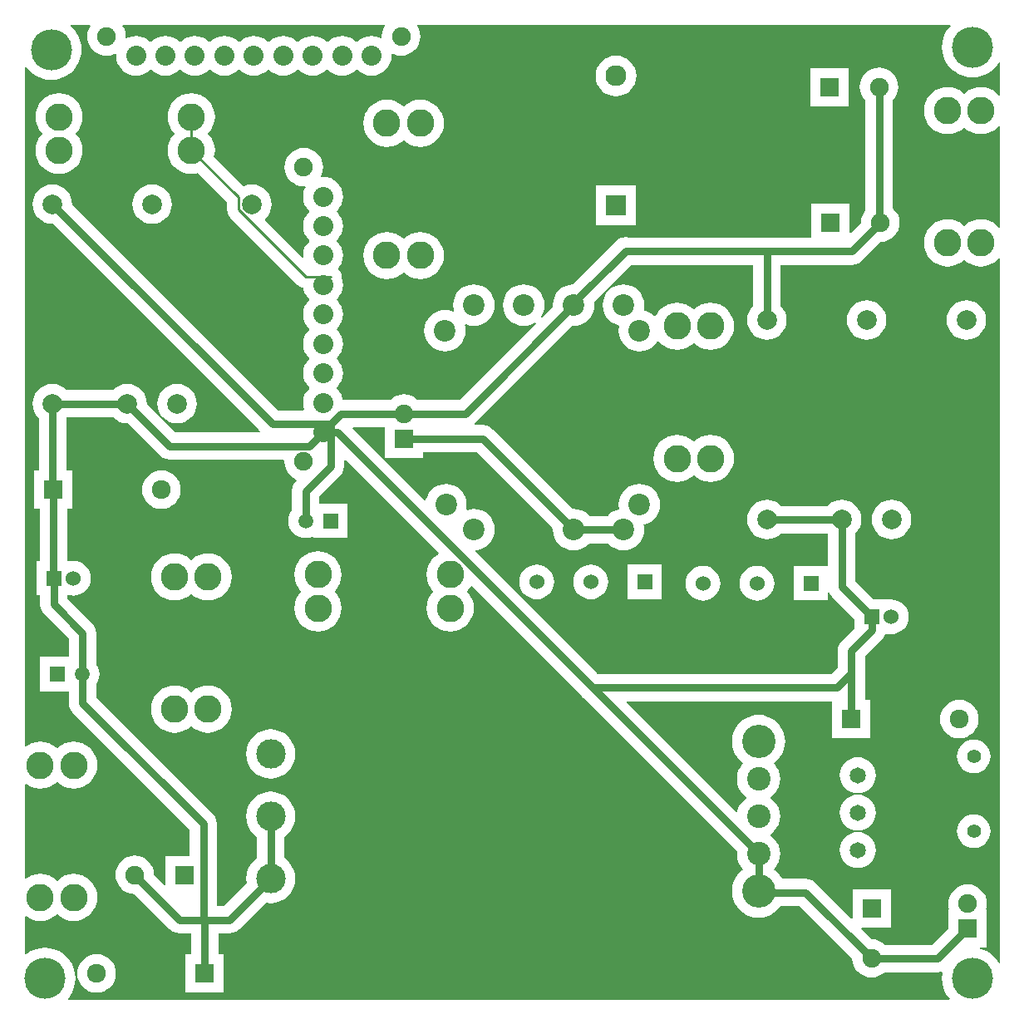
<source format=gbl>
G04*
G04 #@! TF.GenerationSoftware,Altium Limited,Altium Designer,18.1.6 (161)*
G04*
G04 Layer_Physical_Order=2*
G04 Layer_Color=16711680*
%FSLAX25Y25*%
%MOIN*%
G70*
G01*
G75*
%ADD11C,0.01000*%
%ADD36C,0.03000*%
%ADD38C,0.11000*%
%ADD39C,0.08661*%
%ADD40R,0.06000X0.06000*%
%ADD41C,0.06000*%
%ADD42C,0.13386*%
%ADD43C,0.09449*%
%ADD44C,0.11811*%
%ADD45C,0.16500*%
%ADD46C,0.07500*%
%ADD47C,0.08000*%
%ADD48R,0.07500X0.07500*%
%ADD49R,0.07575X0.07575*%
%ADD50C,0.07575*%
%ADD51R,0.08386X0.08386*%
%ADD52C,0.08386*%
%ADD53C,0.07874*%
%ADD54C,0.05512*%
%ADD55C,0.06500*%
%ADD56C,0.05906*%
%ADD57R,0.05906X0.05906*%
%ADD58R,0.06000X0.06000*%
%ADD59R,0.07500X0.07500*%
G36*
X148930Y395073D02*
X148877Y395008D01*
X148163Y393672D01*
X147723Y392224D01*
X147575Y390717D01*
X147617Y390293D01*
X147201Y390015D01*
X146540Y390368D01*
X145044Y390822D01*
X143488Y390975D01*
X141932Y390822D01*
X140436Y390368D01*
X139057Y389631D01*
X137917Y388696D01*
X137656Y388620D01*
X137509D01*
X137248Y388696D01*
X136108Y389631D01*
X134729Y390368D01*
X133233Y390822D01*
X131677Y390975D01*
X130121Y390822D01*
X128625Y390368D01*
X127246Y389631D01*
X126038Y388639D01*
X126022Y388620D01*
X125522D01*
X125506Y388639D01*
X124297Y389631D01*
X122918Y390368D01*
X121422Y390822D01*
X119866Y390975D01*
X118310Y390822D01*
X116814Y390368D01*
X115435Y389631D01*
X114295Y388696D01*
X114034Y388620D01*
X113887D01*
X113626Y388696D01*
X112486Y389631D01*
X111107Y390368D01*
X109611Y390822D01*
X108055Y390975D01*
X106499Y390822D01*
X105003Y390368D01*
X103624Y389631D01*
X102484Y388696D01*
X102223Y388620D01*
X102076D01*
X101815Y388696D01*
X100675Y389631D01*
X99296Y390368D01*
X97800Y390822D01*
X96244Y390975D01*
X94688Y390822D01*
X93192Y390368D01*
X91813Y389631D01*
X90673Y388696D01*
X90412Y388620D01*
X90265D01*
X90004Y388696D01*
X88864Y389631D01*
X87485Y390368D01*
X85989Y390822D01*
X84433Y390975D01*
X82877Y390822D01*
X81381Y390368D01*
X80002Y389631D01*
X78862Y388696D01*
X78601Y388620D01*
X78454D01*
X78193Y388696D01*
X77053Y389631D01*
X75674Y390368D01*
X74178Y390822D01*
X72622Y390975D01*
X71066Y390822D01*
X69570Y390368D01*
X68191Y389631D01*
X66983Y388639D01*
X66966Y388620D01*
X66466D01*
X66451Y388639D01*
X65242Y389631D01*
X63863Y390368D01*
X62367Y390822D01*
X60811Y390975D01*
X59255Y390822D01*
X57759Y390368D01*
X56380Y389631D01*
X55240Y388696D01*
X54979Y388620D01*
X54832D01*
X54571Y388696D01*
X53431Y389631D01*
X52052Y390368D01*
X50556Y390822D01*
X49000Y390975D01*
X47444Y390822D01*
X45948Y390368D01*
X45287Y390015D01*
X44872Y390293D01*
X44913Y390717D01*
X44765Y392224D01*
X44325Y393672D01*
X43611Y395008D01*
X43558Y395073D01*
X43772Y395525D01*
X148716D01*
X148930Y395073D01*
D02*
G37*
G36*
X375754Y395025D02*
X374610Y393686D01*
X373608Y392050D01*
X372874Y390278D01*
X372426Y388412D01*
X372275Y386500D01*
X372426Y384588D01*
X372874Y382722D01*
X373608Y380950D01*
X374610Y379314D01*
X375856Y377856D01*
X377314Y376610D01*
X378950Y375608D01*
X380722Y374874D01*
X382588Y374426D01*
X384500Y374275D01*
X386412Y374426D01*
X388278Y374874D01*
X390050Y375608D01*
X391686Y376610D01*
X393144Y377856D01*
X394390Y379314D01*
X395025Y380350D01*
X395525Y380209D01*
Y367341D01*
X395054Y367173D01*
X394591Y367737D01*
X393154Y368916D01*
X391515Y369792D01*
X389736Y370332D01*
X387886Y370514D01*
X386036Y370332D01*
X384257Y369792D01*
X382617Y368916D01*
X381193Y367747D01*
X379768Y368916D01*
X378129Y369792D01*
X376350Y370332D01*
X374500Y370514D01*
X372650Y370332D01*
X370871Y369792D01*
X369232Y368916D01*
X367795Y367737D01*
X366616Y366300D01*
X365739Y364660D01*
X365199Y362881D01*
X365017Y361032D01*
X365199Y359181D01*
X365739Y357403D01*
X366616Y355763D01*
X367795Y354326D01*
X369232Y353147D01*
X370871Y352271D01*
X372650Y351731D01*
X374500Y351549D01*
X376350Y351731D01*
X378129Y352271D01*
X379768Y353147D01*
X381193Y354316D01*
X382617Y353147D01*
X384257Y352271D01*
X386036Y351731D01*
X387886Y351549D01*
X389736Y351731D01*
X391515Y352271D01*
X393154Y353147D01*
X394591Y354326D01*
X395054Y354890D01*
X395525Y354722D01*
Y314310D01*
X395054Y314141D01*
X394591Y314705D01*
X393154Y315884D01*
X391515Y316761D01*
X389736Y317301D01*
X387886Y317483D01*
X386036Y317301D01*
X384257Y316761D01*
X382617Y315884D01*
X381193Y314715D01*
X379768Y315884D01*
X378129Y316761D01*
X376350Y317301D01*
X374500Y317483D01*
X372650Y317301D01*
X370871Y316761D01*
X369232Y315884D01*
X367795Y314705D01*
X366616Y313268D01*
X365739Y311629D01*
X365199Y309850D01*
X365017Y308000D01*
X365199Y306150D01*
X365739Y304371D01*
X366616Y302732D01*
X367795Y301295D01*
X369232Y300115D01*
X370871Y299239D01*
X372650Y298699D01*
X374500Y298517D01*
X376350Y298699D01*
X378129Y299239D01*
X379768Y300115D01*
X381193Y301285D01*
X382617Y300115D01*
X384257Y299239D01*
X386036Y298699D01*
X387886Y298517D01*
X389736Y298699D01*
X391515Y299239D01*
X393154Y300115D01*
X394591Y301295D01*
X395054Y301859D01*
X395525Y301690D01*
Y19291D01*
X395025Y19150D01*
X394390Y20186D01*
X393144Y21644D01*
X391686Y22890D01*
X390050Y23892D01*
X388278Y24626D01*
X387500Y24813D01*
X387560Y25313D01*
X390187D01*
Y40687D01*
X390187D01*
X389934Y41027D01*
X390076Y41493D01*
X390224Y43000D01*
X390076Y44507D01*
X389636Y45956D01*
X388922Y47291D01*
X387962Y48462D01*
X386791Y49422D01*
X385456Y50136D01*
X384007Y50576D01*
X382500Y50724D01*
X380993Y50576D01*
X379544Y50136D01*
X378209Y49422D01*
X377038Y48462D01*
X376078Y47291D01*
X375364Y45956D01*
X374924Y44507D01*
X374776Y43000D01*
X374924Y41493D01*
X375065Y41027D01*
X374813Y40687D01*
X374813D01*
Y33068D01*
X368229Y26484D01*
X349435D01*
X348291Y27422D01*
X346956Y28136D01*
X345507Y28576D01*
X344035Y28721D01*
X339904Y32851D01*
X340096Y33313D01*
X351687D01*
Y48687D01*
X336313D01*
Y37096D01*
X335851Y36904D01*
X321378Y51378D01*
X320242Y52249D01*
X318919Y52797D01*
X317500Y52984D01*
X308082D01*
X307296Y54267D01*
X306209Y55540D01*
X305136Y56456D01*
X304952Y56686D01*
X305062Y57136D01*
X305906Y58165D01*
X306710Y59669D01*
X307206Y61302D01*
X307373Y63000D01*
X307206Y64698D01*
X306710Y66331D01*
X305906Y67835D01*
X304824Y69154D01*
X303505Y70236D01*
X303443Y70270D01*
Y70770D01*
X303505Y70803D01*
X304824Y71885D01*
X305906Y73204D01*
X306710Y74709D01*
X307206Y76341D01*
X307373Y78039D01*
X307206Y79737D01*
X306710Y81370D01*
X305906Y82875D01*
X304824Y84194D01*
X303563Y85228D01*
X303528Y85520D01*
X303563Y85812D01*
X304824Y86846D01*
X305906Y88165D01*
X306710Y89669D01*
X307206Y91302D01*
X307373Y93000D01*
X307206Y94698D01*
X306710Y96331D01*
X305906Y97835D01*
X305062Y98864D01*
X304952Y99314D01*
X305136Y99544D01*
X306209Y100460D01*
X307296Y101733D01*
X308170Y103159D01*
X308810Y104705D01*
X309201Y106332D01*
X309332Y108000D01*
X309201Y109668D01*
X308810Y111295D01*
X308170Y112841D01*
X307296Y114267D01*
X306209Y115540D01*
X304937Y116626D01*
X303510Y117501D01*
X301964Y118141D01*
X300337Y118532D01*
X298669Y118663D01*
X297001Y118532D01*
X295374Y118141D01*
X293829Y117501D01*
X292402Y116626D01*
X291130Y115540D01*
X290043Y114267D01*
X289169Y112841D01*
X288528Y111295D01*
X288138Y109668D01*
X288006Y108000D01*
X288138Y106332D01*
X288528Y104705D01*
X289169Y103159D01*
X290043Y101733D01*
X291130Y100460D01*
X292202Y99544D01*
X292387Y99314D01*
X292277Y98864D01*
X291433Y97835D01*
X290629Y96331D01*
X290133Y94698D01*
X289966Y93000D01*
X290133Y91302D01*
X290629Y89669D01*
X291433Y88165D01*
X292515Y86846D01*
X293776Y85812D01*
X293811Y85520D01*
X293776Y85228D01*
X292515Y84194D01*
X291433Y82875D01*
X290629Y81370D01*
X290194Y79938D01*
X289667Y79758D01*
X245701Y123723D01*
X245893Y124186D01*
X328122D01*
Y109276D01*
X343571D01*
Y124724D01*
X341330D01*
Y135500D01*
Y142075D01*
X347941Y148685D01*
X348812Y149821D01*
X349327Y151063D01*
X351000D01*
Y151063D01*
X351058Y151116D01*
X351937Y151029D01*
X353297Y151163D01*
X354605Y151560D01*
X355810Y152204D01*
X356866Y153071D01*
X357733Y154127D01*
X358377Y155333D01*
X358774Y156640D01*
X358908Y158000D01*
X358774Y159360D01*
X358377Y160668D01*
X357733Y161873D01*
X356866Y162929D01*
X355810Y163796D01*
X354605Y164440D01*
X353297Y164837D01*
X351937Y164971D01*
X351058Y164884D01*
X351000Y164937D01*
Y164937D01*
X344881D01*
X337484Y172335D01*
Y191314D01*
X337595Y191405D01*
X338579Y192604D01*
X339310Y193972D01*
X339760Y195456D01*
X339912Y197000D01*
X339760Y198544D01*
X339310Y200028D01*
X338579Y201396D01*
X337595Y202595D01*
X336396Y203579D01*
X335028Y204310D01*
X333544Y204760D01*
X332000Y204912D01*
X330456Y204760D01*
X328972Y204310D01*
X327604Y203579D01*
X326405Y202595D01*
X326314Y202484D01*
X307686D01*
X307595Y202595D01*
X306396Y203579D01*
X305028Y204310D01*
X303544Y204760D01*
X302000Y204912D01*
X300456Y204760D01*
X298972Y204310D01*
X297604Y203579D01*
X296405Y202595D01*
X295421Y201396D01*
X294690Y200028D01*
X294240Y198544D01*
X294088Y197000D01*
X294240Y195456D01*
X294690Y193972D01*
X295421Y192604D01*
X296405Y191405D01*
X297604Y190421D01*
X298972Y189690D01*
X300456Y189240D01*
X302000Y189088D01*
X303544Y189240D01*
X305028Y189690D01*
X306396Y190421D01*
X307595Y191405D01*
X307686Y191516D01*
X326314D01*
X326405Y191405D01*
X326516Y191314D01*
Y178437D01*
X312717D01*
Y164563D01*
X326590D01*
Y167608D01*
X327091Y167708D01*
X327251Y167321D01*
X328122Y166185D01*
X337126Y157182D01*
Y153381D01*
X331969Y148224D01*
X331097Y147088D01*
X330549Y145766D01*
X330363Y144346D01*
Y137771D01*
X327744Y135153D01*
X234272D01*
X185125Y184300D01*
X185294Y184770D01*
X186121Y184852D01*
X187679Y185325D01*
X189116Y186092D01*
X190375Y187126D01*
X191408Y188384D01*
X192175Y189821D01*
X192648Y191379D01*
X192808Y193000D01*
X192648Y194621D01*
X192175Y196179D01*
X191408Y197616D01*
X190375Y198874D01*
X189116Y199908D01*
X187679Y200675D01*
X186121Y201148D01*
X184500Y201308D01*
X182879Y201148D01*
X181822Y200827D01*
X181421Y201228D01*
X181467Y201379D01*
X181627Y203000D01*
X181467Y204621D01*
X180994Y206179D01*
X180227Y207615D01*
X179193Y208874D01*
X177934Y209908D01*
X176498Y210675D01*
X174940Y211148D01*
X173319Y211308D01*
X171698Y211148D01*
X170140Y210675D01*
X168703Y209908D01*
X167445Y208874D01*
X166411Y207615D01*
X165644Y206179D01*
X165250Y204882D01*
X164696Y204729D01*
X135871Y233554D01*
X136062Y234016D01*
X148813D01*
Y221813D01*
X164187D01*
Y224016D01*
X185729D01*
X216242Y193503D01*
X216192Y193000D01*
X216352Y191379D01*
X216825Y189821D01*
X217592Y188384D01*
X218626Y187126D01*
X219884Y186092D01*
X221321Y185325D01*
X222879Y184852D01*
X224500Y184692D01*
X226121Y184852D01*
X227679Y185325D01*
X229116Y186092D01*
X230374Y187126D01*
X230695Y187516D01*
X238305D01*
X238626Y187126D01*
X239884Y186092D01*
X241321Y185325D01*
X242879Y184852D01*
X244500Y184692D01*
X246121Y184852D01*
X247679Y185325D01*
X249115Y186092D01*
X250374Y187126D01*
X251408Y188384D01*
X252175Y189821D01*
X252648Y191379D01*
X252808Y193000D01*
X252648Y194621D01*
X252571Y194874D01*
X254057Y195325D01*
X255493Y196092D01*
X256752Y197125D01*
X257786Y198384D01*
X258553Y199821D01*
X259026Y201379D01*
X259186Y203000D01*
X259026Y204621D01*
X258553Y206179D01*
X257786Y207615D01*
X256752Y208874D01*
X255493Y209908D01*
X254057Y210675D01*
X252499Y211148D01*
X250878Y211308D01*
X249257Y211148D01*
X247699Y210675D01*
X246262Y209908D01*
X245004Y208874D01*
X243970Y207615D01*
X243203Y206179D01*
X242730Y204621D01*
X242570Y203000D01*
X242730Y201379D01*
X242807Y201126D01*
X241321Y200675D01*
X239884Y199908D01*
X238626Y198874D01*
X238305Y198484D01*
X230695D01*
X230374Y198874D01*
X229116Y199908D01*
X227679Y200675D01*
X226121Y201148D01*
X224500Y201308D01*
X223997Y201258D01*
X191878Y233378D01*
X190742Y234249D01*
X189419Y234797D01*
X188000Y234984D01*
X184824D01*
X184663Y235457D01*
X184878Y235622D01*
X223997Y274742D01*
X224500Y274692D01*
X226121Y274852D01*
X227679Y275325D01*
X229116Y276092D01*
X230374Y277126D01*
X231408Y278384D01*
X232175Y279821D01*
X232648Y281379D01*
X232808Y283000D01*
X232668Y284414D01*
X247365Y299111D01*
X296516D01*
Y282686D01*
X296405Y282595D01*
X295421Y281396D01*
X294690Y280028D01*
X294240Y278544D01*
X294088Y277000D01*
X294240Y275456D01*
X294690Y273972D01*
X295421Y272604D01*
X296405Y271405D01*
X297604Y270421D01*
X298972Y269690D01*
X300456Y269240D01*
X302000Y269088D01*
X303544Y269240D01*
X305028Y269690D01*
X306396Y270421D01*
X307595Y271405D01*
X308579Y272604D01*
X309310Y273972D01*
X309760Y275456D01*
X309912Y277000D01*
X309760Y278544D01*
X309310Y280028D01*
X308579Y281396D01*
X307595Y282595D01*
X307484Y282686D01*
Y299111D01*
X336039D01*
X337459Y299297D01*
X338781Y299845D01*
X339917Y300717D01*
X347535Y308334D01*
X349007Y308479D01*
X350456Y308919D01*
X351791Y309633D01*
X352962Y310593D01*
X353922Y311764D01*
X354636Y313099D01*
X355076Y314548D01*
X355224Y316055D01*
X355076Y317562D01*
X354636Y319011D01*
X353922Y320346D01*
X352962Y321517D01*
X352484Y321909D01*
Y365065D01*
X353422Y366209D01*
X354136Y367544D01*
X354576Y368993D01*
X354724Y370500D01*
X354576Y372007D01*
X354136Y373456D01*
X353422Y374791D01*
X352462Y375962D01*
X351291Y376922D01*
X349956Y377636D01*
X348507Y378076D01*
X347000Y378224D01*
X345493Y378076D01*
X344044Y377636D01*
X342709Y376922D01*
X341538Y375962D01*
X340578Y374791D01*
X339864Y373456D01*
X339424Y372007D01*
X339276Y370500D01*
X339424Y368993D01*
X339864Y367544D01*
X340578Y366209D01*
X341516Y365065D01*
Y320881D01*
X341078Y320346D01*
X340364Y319011D01*
X339924Y317562D01*
X339779Y316090D01*
X335649Y311960D01*
X335187Y312151D01*
Y323742D01*
X319813D01*
Y310078D01*
X246868D01*
X246749Y310128D01*
X245329Y310315D01*
X243910Y310128D01*
X242587Y309580D01*
X241452Y308708D01*
X224002Y291259D01*
X222879Y291148D01*
X221321Y290675D01*
X219884Y289908D01*
X218626Y288874D01*
X217592Y287615D01*
X216825Y286179D01*
X216352Y284621D01*
X216192Y283000D01*
X216242Y282497D01*
X211713Y277969D01*
X211342Y278305D01*
X211408Y278384D01*
X212175Y279821D01*
X212648Y281379D01*
X212808Y283000D01*
X212648Y284621D01*
X212175Y286179D01*
X211408Y287615D01*
X210374Y288874D01*
X209116Y289908D01*
X207679Y290675D01*
X206121Y291148D01*
X204500Y291308D01*
X202879Y291148D01*
X201321Y290675D01*
X199884Y289908D01*
X198626Y288874D01*
X197592Y287615D01*
X196825Y286179D01*
X196352Y284621D01*
X196192Y283000D01*
X196352Y281379D01*
X196825Y279821D01*
X197592Y278384D01*
X198626Y277126D01*
X199884Y276092D01*
X201321Y275325D01*
X202879Y274852D01*
X204500Y274692D01*
X206121Y274852D01*
X207679Y275325D01*
X209116Y276092D01*
X209195Y276158D01*
X209531Y275787D01*
X178728Y244984D01*
X161935D01*
X160791Y245922D01*
X159456Y246636D01*
X158007Y247076D01*
X156500Y247224D01*
X154993Y247076D01*
X153544Y246636D01*
X152209Y245922D01*
X151065Y244984D01*
X131861D01*
X131822Y245379D01*
X131368Y246875D01*
X130631Y248254D01*
X129639Y249462D01*
X129620Y249478D01*
Y249978D01*
X129639Y249994D01*
X130631Y251203D01*
X131368Y252582D01*
X131822Y254078D01*
X131975Y255634D01*
X131822Y257190D01*
X131368Y258686D01*
X130631Y260065D01*
X129696Y261205D01*
X129620Y261466D01*
Y261613D01*
X129696Y261874D01*
X130631Y263014D01*
X131368Y264393D01*
X131822Y265889D01*
X131975Y267445D01*
X131822Y269001D01*
X131368Y270497D01*
X130631Y271876D01*
X129696Y273016D01*
X129620Y273277D01*
Y273424D01*
X129696Y273685D01*
X130631Y274825D01*
X131368Y276204D01*
X131822Y277700D01*
X131975Y279256D01*
X131822Y280812D01*
X131368Y282308D01*
X130631Y283687D01*
X129639Y284895D01*
X129620Y284911D01*
Y285411D01*
X129639Y285427D01*
X130631Y286636D01*
X131368Y288015D01*
X131822Y289511D01*
X131975Y291067D01*
X131822Y292623D01*
X131425Y293931D01*
X131475Y294311D01*
X131323Y295469D01*
X130876Y296549D01*
X130165Y297476D01*
X130124Y297829D01*
X130631Y298447D01*
X131368Y299826D01*
X131822Y301322D01*
X131975Y302878D01*
X131822Y304434D01*
X131368Y305930D01*
X130631Y307309D01*
X129639Y308517D01*
X129620Y308534D01*
Y309033D01*
X129639Y309050D01*
X130631Y310258D01*
X131368Y311637D01*
X131822Y313133D01*
X131975Y314689D01*
X131822Y316245D01*
X131368Y317741D01*
X130631Y319120D01*
X129639Y320328D01*
X129620Y320344D01*
Y320845D01*
X129639Y320861D01*
X130631Y322069D01*
X131368Y323448D01*
X131822Y324944D01*
X131975Y326500D01*
X131822Y328056D01*
X131368Y329552D01*
X130631Y330931D01*
X129639Y332139D01*
X128431Y333131D01*
X127052Y333868D01*
X125556Y334322D01*
X124000Y334475D01*
X123419Y334418D01*
X123141Y334834D01*
X123420Y335355D01*
X123859Y336804D01*
X124008Y338311D01*
X123859Y339818D01*
X123420Y341267D01*
X122706Y342602D01*
X121745Y343773D01*
X120575Y344733D01*
X119239Y345447D01*
X117790Y345887D01*
X116284Y346035D01*
X114777Y345887D01*
X113328Y345447D01*
X111992Y344733D01*
X110822Y343773D01*
X109861Y342602D01*
X109147Y341267D01*
X108708Y339818D01*
X108559Y338311D01*
X108708Y336804D01*
X109147Y335355D01*
X109861Y334020D01*
X110822Y332849D01*
X111992Y331889D01*
X113328Y331175D01*
X114777Y330735D01*
X116284Y330587D01*
X116707Y330628D01*
X116985Y330213D01*
X116632Y329552D01*
X116178Y328056D01*
X116025Y326500D01*
X116178Y324944D01*
X116632Y323448D01*
X117369Y322069D01*
X118360Y320861D01*
X118380Y320845D01*
Y320344D01*
X118360Y320328D01*
X117369Y319120D01*
X116632Y317741D01*
X116178Y316245D01*
X116025Y314689D01*
X116178Y313133D01*
X116632Y311637D01*
X117369Y310258D01*
X118360Y309050D01*
X118380Y309033D01*
Y308534D01*
X118360Y308517D01*
X117369Y307309D01*
X116632Y305930D01*
X116178Y304434D01*
X116025Y302878D01*
X116090Y302216D01*
X115638Y302002D01*
X100611Y317029D01*
X100636Y317528D01*
X101095Y317905D01*
X102079Y319104D01*
X102810Y320472D01*
X103260Y321956D01*
X103412Y323500D01*
X103260Y325044D01*
X102810Y326528D01*
X102079Y327896D01*
X101095Y329095D01*
X99896Y330079D01*
X98528Y330810D01*
X97044Y331260D01*
X95500Y331412D01*
X93956Y331260D01*
X92472Y330810D01*
X92031Y330574D01*
X80201Y342404D01*
X80462Y343264D01*
X80644Y345114D01*
X80462Y346964D01*
X79922Y348743D01*
X79046Y350382D01*
X77877Y351807D01*
X79046Y353232D01*
X79922Y354871D01*
X80462Y356650D01*
X80644Y358500D01*
X80462Y360350D01*
X79922Y362129D01*
X79046Y363768D01*
X77867Y365205D01*
X76430Y366385D01*
X74790Y367261D01*
X73011Y367800D01*
X71161Y367983D01*
X69311Y367800D01*
X67533Y367261D01*
X65893Y366385D01*
X64456Y365205D01*
X63277Y363768D01*
X62401Y362129D01*
X61861Y360350D01*
X61679Y358500D01*
X61861Y356650D01*
X62401Y354871D01*
X63277Y353232D01*
X64446Y351807D01*
X63277Y350382D01*
X62401Y348743D01*
X61861Y346964D01*
X61679Y345114D01*
X61861Y343264D01*
X62401Y341485D01*
X63277Y339846D01*
X64456Y338409D01*
X65893Y337230D01*
X67533Y336353D01*
X69311Y335814D01*
X71161Y335631D01*
X73011Y335814D01*
X73872Y336075D01*
X85588Y324359D01*
Y321248D01*
X85740Y320090D01*
X86187Y319010D01*
X86898Y318083D01*
X113835Y291146D01*
X114762Y290435D01*
X115842Y289988D01*
X116135Y289950D01*
X116178Y289511D01*
X116632Y288015D01*
X117369Y286636D01*
X118360Y285427D01*
X118380Y285411D01*
Y284911D01*
X118360Y284895D01*
X117369Y283687D01*
X116632Y282308D01*
X116178Y280812D01*
X116025Y279256D01*
X116178Y277700D01*
X116632Y276204D01*
X117369Y274825D01*
X118304Y273685D01*
X118380Y273424D01*
Y273277D01*
X118304Y273016D01*
X117369Y271876D01*
X116632Y270497D01*
X116178Y269001D01*
X116025Y267445D01*
X116178Y265889D01*
X116632Y264393D01*
X117369Y263014D01*
X118304Y261874D01*
X118380Y261613D01*
Y261466D01*
X118304Y261205D01*
X117369Y260065D01*
X116632Y258686D01*
X116178Y257190D01*
X116025Y255634D01*
X116178Y254078D01*
X116632Y252582D01*
X117369Y251203D01*
X118360Y249994D01*
X118380Y249978D01*
Y249478D01*
X118360Y249462D01*
X117369Y248254D01*
X116632Y246875D01*
X116178Y245379D01*
X116025Y243823D01*
X116178Y242267D01*
X116489Y241240D01*
X116119Y240740D01*
X106016D01*
X23398Y323357D01*
X23412Y323500D01*
X23260Y325044D01*
X22810Y326528D01*
X22079Y327896D01*
X21095Y329095D01*
X19896Y330079D01*
X18528Y330810D01*
X17044Y331260D01*
X15500Y331412D01*
X13956Y331260D01*
X12472Y330810D01*
X11104Y330079D01*
X9905Y329095D01*
X8921Y327896D01*
X8190Y326528D01*
X7740Y325044D01*
X7588Y323500D01*
X7740Y321956D01*
X8190Y320472D01*
X8921Y319104D01*
X9905Y317905D01*
X11104Y316921D01*
X12472Y316190D01*
X13956Y315740D01*
X15500Y315588D01*
X15643Y315602D01*
X98799Y232446D01*
X98607Y231984D01*
X64771D01*
X53398Y243357D01*
X53412Y243500D01*
X53260Y245044D01*
X52810Y246528D01*
X52079Y247896D01*
X51095Y249095D01*
X49896Y250079D01*
X48528Y250810D01*
X47044Y251260D01*
X45500Y251412D01*
X43956Y251260D01*
X42472Y250810D01*
X41104Y250079D01*
X39905Y249095D01*
X39814Y248984D01*
X21186D01*
X21095Y249095D01*
X19896Y250079D01*
X18528Y250810D01*
X17044Y251260D01*
X15500Y251412D01*
X13956Y251260D01*
X12472Y250810D01*
X11104Y250079D01*
X9905Y249095D01*
X8921Y247896D01*
X8190Y246528D01*
X7740Y245044D01*
X7588Y243500D01*
X7740Y241956D01*
X8190Y240472D01*
X8921Y239104D01*
X9905Y237905D01*
X10016Y237814D01*
Y216724D01*
X8122D01*
Y201276D01*
X10362D01*
Y180437D01*
X9126D01*
Y166563D01*
X10579D01*
Y162937D01*
X10766Y161518D01*
X11314Y160195D01*
X12185Y159059D01*
X22016Y149229D01*
Y141890D01*
X10610D01*
Y128110D01*
X22016D01*
Y123500D01*
X22203Y122081D01*
X22751Y120758D01*
X23622Y119622D01*
X70516Y72729D01*
Y62187D01*
X60813D01*
Y50596D01*
X60351Y50404D01*
X56221Y54535D01*
X56076Y56007D01*
X55636Y57456D01*
X54922Y58791D01*
X53962Y59962D01*
X52791Y60922D01*
X51456Y61636D01*
X50007Y62076D01*
X48500Y62224D01*
X46993Y62076D01*
X45544Y61636D01*
X44209Y60922D01*
X43038Y59962D01*
X42078Y58791D01*
X41364Y57456D01*
X40924Y56007D01*
X40776Y54500D01*
X40924Y52993D01*
X41364Y51544D01*
X42078Y50209D01*
X43038Y49038D01*
X44209Y48078D01*
X45544Y47364D01*
X46993Y46924D01*
X48465Y46779D01*
X62622Y32622D01*
X63758Y31751D01*
X65081Y31203D01*
X66500Y31016D01*
X71016D01*
Y22724D01*
X68776D01*
Y7276D01*
X84224D01*
Y22724D01*
X81984D01*
Y31016D01*
X86500D01*
X87919Y31203D01*
X89242Y31751D01*
X90378Y32622D01*
X101059Y43303D01*
X101070Y43300D01*
X103000Y43110D01*
X104929Y43300D01*
X106785Y43863D01*
X108495Y44777D01*
X109993Y46007D01*
X111223Y47505D01*
X112137Y49215D01*
X112700Y51070D01*
X112890Y53000D01*
X112700Y54930D01*
X112137Y56785D01*
X111223Y58495D01*
X109993Y59993D01*
X108495Y61223D01*
X108484Y61229D01*
Y69771D01*
X108495Y69777D01*
X109993Y71007D01*
X111223Y72505D01*
X112137Y74215D01*
X112700Y76070D01*
X112890Y78000D01*
X112700Y79930D01*
X112137Y81785D01*
X111223Y83495D01*
X109993Y84993D01*
X108495Y86223D01*
X106785Y87137D01*
X104929Y87700D01*
X103000Y87890D01*
X101070Y87700D01*
X99215Y87137D01*
X97505Y86223D01*
X96007Y84993D01*
X94777Y83495D01*
X93863Y81785D01*
X93300Y79930D01*
X93110Y78000D01*
X93300Y76070D01*
X93863Y74215D01*
X94777Y72505D01*
X96007Y71007D01*
X97505Y69777D01*
X97516Y69771D01*
Y61229D01*
X97505Y61223D01*
X96007Y59993D01*
X94777Y58495D01*
X93863Y56785D01*
X93300Y54930D01*
X93110Y53000D01*
X93300Y51070D01*
X93303Y51059D01*
X84228Y41984D01*
X81484D01*
Y75000D01*
X81297Y76419D01*
X80749Y77742D01*
X79878Y78878D01*
X32984Y125771D01*
Y130822D01*
X33256Y131154D01*
X33896Y132351D01*
X34290Y133649D01*
X34423Y135000D01*
X34290Y136351D01*
X33896Y137649D01*
X33256Y138846D01*
X32984Y139178D01*
Y151500D01*
X32797Y152919D01*
X32249Y154242D01*
X31378Y155378D01*
X21547Y165208D01*
Y166563D01*
X23000D01*
Y166563D01*
X23058Y166616D01*
X23937Y166529D01*
X25297Y166663D01*
X26605Y167060D01*
X27810Y167704D01*
X28866Y168571D01*
X29733Y169627D01*
X30377Y170833D01*
X30774Y172140D01*
X30908Y173500D01*
X30774Y174860D01*
X30377Y176168D01*
X29733Y177373D01*
X28866Y178429D01*
X27810Y179296D01*
X26605Y179940D01*
X25297Y180337D01*
X23937Y180471D01*
X23058Y180384D01*
X23000Y180437D01*
Y180437D01*
X21330D01*
Y201276D01*
X23571D01*
Y216724D01*
X20984D01*
Y237814D01*
X21095Y237905D01*
X21186Y238016D01*
X39814D01*
X39905Y237905D01*
X41104Y236921D01*
X42472Y236190D01*
X43956Y235740D01*
X45500Y235588D01*
X45643Y235602D01*
X58622Y222622D01*
X59758Y221751D01*
X61081Y221203D01*
X62500Y221016D01*
X108267D01*
X108603Y220646D01*
X108559Y220201D01*
X108708Y218694D01*
X109147Y217245D01*
X109861Y215910D01*
X110822Y214739D01*
X111992Y213778D01*
X113181Y213143D01*
X113343Y212599D01*
X113122Y212378D01*
X112251Y211242D01*
X111703Y209919D01*
X111516Y208500D01*
Y200678D01*
X111244Y200346D01*
X110604Y199149D01*
X110210Y197851D01*
X110077Y196500D01*
X110210Y195149D01*
X110604Y193851D01*
X111244Y192654D01*
X112105Y191605D01*
X113154Y190744D01*
X114351Y190104D01*
X115649Y189710D01*
X117000Y189577D01*
X118351Y189710D01*
X119610Y190092D01*
X119739Y190086D01*
X120110Y189864D01*
Y189610D01*
X133890D01*
Y203390D01*
X122484D01*
Y206228D01*
X130878Y214622D01*
X131749Y215758D01*
X132297Y217081D01*
X132484Y218500D01*
Y220777D01*
X132946Y220968D01*
X170355Y183559D01*
X170282Y183064D01*
X169732Y182770D01*
X168295Y181591D01*
X167115Y180154D01*
X166239Y178515D01*
X165700Y176736D01*
X165517Y174886D01*
X165700Y173036D01*
X166239Y171257D01*
X167115Y169617D01*
X168285Y168193D01*
X167115Y166768D01*
X166239Y165129D01*
X165700Y163350D01*
X165517Y161500D01*
X165700Y159650D01*
X166239Y157871D01*
X167115Y156232D01*
X168295Y154795D01*
X169732Y153615D01*
X171371Y152739D01*
X173150Y152199D01*
X175000Y152017D01*
X176850Y152199D01*
X178629Y152739D01*
X180268Y153615D01*
X181705Y154795D01*
X182885Y156232D01*
X183761Y157871D01*
X184300Y159650D01*
X184483Y161500D01*
X184300Y163350D01*
X183761Y165129D01*
X182885Y166768D01*
X181715Y168193D01*
X182885Y169617D01*
X183178Y170168D01*
X183673Y170241D01*
X228122Y125792D01*
X228122Y125792D01*
X290051Y63863D01*
X289966Y63000D01*
X290133Y61302D01*
X290629Y59669D01*
X291433Y58165D01*
X292277Y57136D01*
X292387Y56686D01*
X292202Y56456D01*
X291130Y55540D01*
X290043Y54267D01*
X289169Y52841D01*
X288528Y51295D01*
X288138Y49668D01*
X288007Y48000D01*
X288138Y46332D01*
X288528Y44705D01*
X289169Y43159D01*
X290043Y41733D01*
X291130Y40460D01*
X292402Y39374D01*
X293829Y38499D01*
X295374Y37859D01*
X297001Y37468D01*
X298669Y37337D01*
X300337Y37468D01*
X301964Y37859D01*
X303510Y38499D01*
X304937Y39374D01*
X306209Y40460D01*
X307296Y41733D01*
X307470Y42016D01*
X315229D01*
X336279Y20965D01*
X336424Y19493D01*
X336864Y18044D01*
X337578Y16709D01*
X338538Y15538D01*
X339709Y14578D01*
X341044Y13864D01*
X342493Y13424D01*
X344000Y13276D01*
X345507Y13424D01*
X346956Y13864D01*
X348291Y14578D01*
X349435Y15516D01*
X370500D01*
X371919Y15703D01*
X372122Y15787D01*
X372548Y15422D01*
X372426Y14912D01*
X372275Y13000D01*
X372426Y11088D01*
X372874Y9222D01*
X373608Y7450D01*
X374610Y5815D01*
X375366Y4929D01*
X375157Y4475D01*
X21843D01*
X21634Y4929D01*
X22390Y5815D01*
X23392Y7450D01*
X24126Y9222D01*
X24574Y11088D01*
X24725Y13000D01*
X24574Y14912D01*
X24126Y16778D01*
X23392Y18550D01*
X22390Y20186D01*
X21144Y21644D01*
X19685Y22890D01*
X18050Y23892D01*
X16278Y24626D01*
X14412Y25074D01*
X12500Y25225D01*
X10588Y25074D01*
X8722Y24626D01*
X6950Y23892D01*
X5314Y22890D01*
X4929Y22561D01*
X4475Y22770D01*
Y37714D01*
X4927Y37927D01*
X5346Y37584D01*
X6985Y36708D01*
X8764Y36168D01*
X10614Y35986D01*
X12464Y36168D01*
X14243Y36708D01*
X15882Y37584D01*
X17307Y38753D01*
X18732Y37584D01*
X20371Y36708D01*
X22150Y36168D01*
X24000Y35986D01*
X25850Y36168D01*
X27629Y36708D01*
X29268Y37584D01*
X30705Y38763D01*
X31885Y40200D01*
X32761Y41840D01*
X33301Y43619D01*
X33483Y45469D01*
X33301Y47319D01*
X32761Y49097D01*
X31885Y50737D01*
X30705Y52174D01*
X29268Y53353D01*
X27629Y54229D01*
X25850Y54769D01*
X24000Y54951D01*
X22150Y54769D01*
X20371Y54229D01*
X18732Y53353D01*
X17307Y52184D01*
X15882Y53353D01*
X14243Y54229D01*
X12464Y54769D01*
X10614Y54951D01*
X8764Y54769D01*
X6985Y54229D01*
X5346Y53353D01*
X4927Y53009D01*
X4475Y53223D01*
Y90745D01*
X4927Y90959D01*
X5346Y90615D01*
X6985Y89739D01*
X8764Y89200D01*
X10614Y89017D01*
X12464Y89200D01*
X14243Y89739D01*
X15882Y90615D01*
X17307Y91785D01*
X18732Y90615D01*
X20371Y89739D01*
X22150Y89200D01*
X24000Y89017D01*
X25850Y89200D01*
X27629Y89739D01*
X29268Y90615D01*
X30705Y91795D01*
X31885Y93232D01*
X32761Y94871D01*
X33301Y96650D01*
X33483Y98500D01*
X33301Y100350D01*
X32761Y102129D01*
X31885Y103768D01*
X30705Y105205D01*
X29268Y106385D01*
X27629Y107261D01*
X25850Y107800D01*
X24000Y107983D01*
X22150Y107800D01*
X20371Y107261D01*
X18732Y106385D01*
X17307Y105215D01*
X15882Y106385D01*
X14243Y107261D01*
X12464Y107800D01*
X10614Y107983D01*
X8764Y107800D01*
X6985Y107261D01*
X5346Y106385D01*
X4927Y106041D01*
X4475Y106255D01*
Y378429D01*
X4956Y378565D01*
X5110Y378314D01*
X6356Y376856D01*
X7814Y375610D01*
X9450Y374608D01*
X11222Y373874D01*
X13088Y373426D01*
X15000Y373275D01*
X16912Y373426D01*
X18778Y373874D01*
X20550Y374608D01*
X22185Y375610D01*
X23644Y376856D01*
X24890Y378314D01*
X25892Y379950D01*
X26626Y381722D01*
X27074Y383588D01*
X27225Y385500D01*
X27074Y387412D01*
X26626Y389278D01*
X25892Y391050D01*
X24890Y392686D01*
X23644Y394144D01*
X22613Y395025D01*
X22798Y395525D01*
X30606D01*
X30820Y395073D01*
X30766Y395008D01*
X30053Y393672D01*
X29613Y392224D01*
X29465Y390717D01*
X29613Y389210D01*
X30053Y387761D01*
X30766Y386425D01*
X31727Y385255D01*
X32898Y384294D01*
X34233Y383580D01*
X35682Y383141D01*
X37189Y382992D01*
X38696Y383141D01*
X40145Y383580D01*
X40666Y383859D01*
X41082Y383581D01*
X41025Y383000D01*
X41178Y381444D01*
X41632Y379948D01*
X42369Y378569D01*
X43360Y377361D01*
X44569Y376369D01*
X45948Y375632D01*
X47444Y375178D01*
X49000Y375025D01*
X50556Y375178D01*
X52052Y375632D01*
X53431Y376369D01*
X54571Y377304D01*
X54832Y377380D01*
X54979D01*
X55240Y377304D01*
X56380Y376369D01*
X57759Y375632D01*
X59255Y375178D01*
X60811Y375025D01*
X62367Y375178D01*
X63863Y375632D01*
X65242Y376369D01*
X66451Y377361D01*
X66466Y377380D01*
X66966D01*
X66983Y377361D01*
X68191Y376369D01*
X69570Y375632D01*
X71066Y375178D01*
X72622Y375025D01*
X74178Y375178D01*
X75674Y375632D01*
X77053Y376369D01*
X78193Y377304D01*
X78454Y377380D01*
X78601D01*
X78862Y377304D01*
X80002Y376369D01*
X81381Y375632D01*
X82877Y375178D01*
X84433Y375025D01*
X85989Y375178D01*
X87485Y375632D01*
X88864Y376369D01*
X90004Y377304D01*
X90265Y377380D01*
X90412D01*
X90673Y377304D01*
X91813Y376369D01*
X93192Y375632D01*
X94688Y375178D01*
X96244Y375025D01*
X97800Y375178D01*
X99296Y375632D01*
X100675Y376369D01*
X101884Y377361D01*
X101900Y377380D01*
X102400D01*
X102416Y377361D01*
X103624Y376369D01*
X105003Y375632D01*
X106499Y375178D01*
X108055Y375025D01*
X109611Y375178D01*
X111107Y375632D01*
X112486Y376369D01*
X113695Y377361D01*
X113711Y377380D01*
X114211D01*
X114227Y377361D01*
X115435Y376369D01*
X116814Y375632D01*
X118310Y375178D01*
X119866Y375025D01*
X121422Y375178D01*
X122918Y375632D01*
X124297Y376369D01*
X125506Y377361D01*
X125522Y377380D01*
X126022D01*
X126038Y377361D01*
X127246Y376369D01*
X128625Y375632D01*
X130121Y375178D01*
X131677Y375025D01*
X133233Y375178D01*
X134729Y375632D01*
X136108Y376369D01*
X137248Y377304D01*
X137509Y377380D01*
X137656D01*
X137917Y377304D01*
X139057Y376369D01*
X140436Y375632D01*
X141932Y375178D01*
X143488Y375025D01*
X145044Y375178D01*
X146540Y375632D01*
X147919Y376369D01*
X149128Y377361D01*
X150119Y378569D01*
X150856Y379948D01*
X151310Y381444D01*
X151464Y383000D01*
X151406Y383581D01*
X151822Y383859D01*
X152343Y383580D01*
X153792Y383141D01*
X155299Y382992D01*
X156806Y383141D01*
X158255Y383580D01*
X159590Y384294D01*
X160761Y385255D01*
X161722Y386425D01*
X162435Y387761D01*
X162875Y389210D01*
X163023Y390717D01*
X162875Y392224D01*
X162435Y393672D01*
X161722Y395008D01*
X161668Y395073D01*
X161882Y395525D01*
X375585D01*
X375754Y395025D01*
D02*
G37*
%LPC*%
G36*
X241500Y383138D02*
X239906Y382981D01*
X238374Y382516D01*
X236961Y381761D01*
X235723Y380745D01*
X234707Y379507D01*
X233953Y378095D01*
X233488Y376562D01*
X233331Y374969D01*
X233488Y373375D01*
X233953Y371842D01*
X234707Y370430D01*
X235723Y369192D01*
X236961Y368176D01*
X238374Y367421D01*
X239906Y366956D01*
X241500Y366799D01*
X243094Y366956D01*
X244626Y367421D01*
X246039Y368176D01*
X247276Y369192D01*
X248292Y370430D01*
X249047Y371842D01*
X249512Y373375D01*
X249669Y374969D01*
X249512Y376562D01*
X249047Y378095D01*
X248292Y379507D01*
X247276Y380745D01*
X246039Y381761D01*
X244626Y382516D01*
X243094Y382981D01*
X241500Y383138D01*
D02*
G37*
G36*
X334687Y378187D02*
X319313D01*
Y362813D01*
X334687D01*
Y378187D01*
D02*
G37*
G36*
X163000Y365392D02*
X161150Y365210D01*
X159371Y364670D01*
X157732Y363794D01*
X156307Y362625D01*
X154883Y363794D01*
X153243Y364670D01*
X151464Y365210D01*
X149614Y365392D01*
X147764Y365210D01*
X145985Y364670D01*
X144346Y363794D01*
X142909Y362615D01*
X141730Y361178D01*
X140853Y359538D01*
X140314Y357759D01*
X140131Y355909D01*
X140314Y354060D01*
X140853Y352281D01*
X141730Y350641D01*
X142909Y349204D01*
X144346Y348025D01*
X145985Y347149D01*
X147764Y346609D01*
X149614Y346427D01*
X151464Y346609D01*
X153243Y347149D01*
X154883Y348025D01*
X156307Y349194D01*
X157732Y348025D01*
X159371Y347149D01*
X161150Y346609D01*
X163000Y346427D01*
X164850Y346609D01*
X166629Y347149D01*
X168268Y348025D01*
X169705Y349204D01*
X170885Y350641D01*
X171761Y352281D01*
X172301Y354060D01*
X172483Y355909D01*
X172301Y357759D01*
X171761Y359538D01*
X170885Y361178D01*
X169705Y362615D01*
X168268Y363794D01*
X166629Y364670D01*
X164850Y365210D01*
X163000Y365392D01*
D02*
G37*
G36*
X18130Y367983D02*
X16280Y367800D01*
X14501Y367261D01*
X12862Y366385D01*
X11425Y365205D01*
X10245Y363768D01*
X9369Y362129D01*
X8829Y360350D01*
X8647Y358500D01*
X8829Y356650D01*
X9369Y354871D01*
X10245Y353232D01*
X11415Y351807D01*
X10245Y350382D01*
X9369Y348743D01*
X8829Y346964D01*
X8647Y345114D01*
X8829Y343264D01*
X9369Y341485D01*
X10245Y339846D01*
X11425Y338409D01*
X12862Y337230D01*
X14501Y336353D01*
X16280Y335814D01*
X18130Y335631D01*
X19980Y335814D01*
X21759Y336353D01*
X23398Y337230D01*
X24835Y338409D01*
X26015Y339846D01*
X26891Y341485D01*
X27430Y343264D01*
X27613Y345114D01*
X27430Y346964D01*
X26891Y348743D01*
X26015Y350382D01*
X24845Y351807D01*
X26015Y353232D01*
X26891Y354871D01*
X27430Y356650D01*
X27613Y358500D01*
X27430Y360350D01*
X26891Y362129D01*
X26015Y363768D01*
X24835Y365205D01*
X23398Y366385D01*
X21759Y367261D01*
X19980Y367800D01*
X18130Y367983D01*
D02*
G37*
G36*
X55500Y331412D02*
X53956Y331260D01*
X52472Y330810D01*
X51104Y330079D01*
X49905Y329095D01*
X48921Y327896D01*
X48190Y326528D01*
X47740Y325044D01*
X47588Y323500D01*
X47740Y321956D01*
X48190Y320472D01*
X48921Y319104D01*
X49905Y317905D01*
X51104Y316921D01*
X52472Y316190D01*
X53956Y315740D01*
X55500Y315588D01*
X57044Y315740D01*
X58528Y316190D01*
X59896Y316921D01*
X61095Y317905D01*
X62079Y319104D01*
X62810Y320472D01*
X63260Y321956D01*
X63412Y323500D01*
X63260Y325044D01*
X62810Y326528D01*
X62079Y327896D01*
X61095Y329095D01*
X59896Y330079D01*
X58528Y330810D01*
X57044Y331260D01*
X55500Y331412D01*
D02*
G37*
G36*
X249630Y331130D02*
X233370D01*
Y314870D01*
X249630D01*
Y331130D01*
D02*
G37*
G36*
X163000Y312361D02*
X161150Y312178D01*
X159371Y311639D01*
X157732Y310763D01*
X156307Y309593D01*
X154883Y310763D01*
X153243Y311639D01*
X151464Y312178D01*
X149614Y312361D01*
X147764Y312178D01*
X145985Y311639D01*
X144346Y310763D01*
X142909Y309583D01*
X141730Y308146D01*
X140853Y306507D01*
X140314Y304728D01*
X140131Y302878D01*
X140314Y301028D01*
X140853Y299249D01*
X141730Y297610D01*
X142909Y296173D01*
X144346Y294993D01*
X145985Y294117D01*
X147764Y293578D01*
X149614Y293395D01*
X151464Y293578D01*
X153243Y294117D01*
X154883Y294993D01*
X156307Y296163D01*
X157732Y294993D01*
X159371Y294117D01*
X161150Y293578D01*
X163000Y293395D01*
X164850Y293578D01*
X166629Y294117D01*
X168268Y294993D01*
X169705Y296173D01*
X170885Y297610D01*
X171761Y299249D01*
X172301Y301028D01*
X172483Y302878D01*
X172301Y304728D01*
X171761Y306507D01*
X170885Y308146D01*
X169705Y309583D01*
X168268Y310763D01*
X166629Y311639D01*
X164850Y312178D01*
X163000Y312361D01*
D02*
G37*
G36*
X184500Y291308D02*
X182879Y291148D01*
X181321Y290675D01*
X179885Y289908D01*
X178626Y288874D01*
X177592Y287615D01*
X176825Y286179D01*
X176352Y284621D01*
X176192Y283000D01*
X176352Y281379D01*
X176550Y280724D01*
X176164Y280407D01*
X176104Y280439D01*
X174546Y280912D01*
X172925Y281071D01*
X171304Y280912D01*
X169746Y280439D01*
X168310Y279671D01*
X167051Y278638D01*
X166018Y277379D01*
X165250Y275943D01*
X164777Y274384D01*
X164618Y272764D01*
X164777Y271143D01*
X165250Y269584D01*
X166018Y268148D01*
X167051Y266889D01*
X168310Y265856D01*
X169746Y265089D01*
X171304Y264616D01*
X172925Y264456D01*
X174546Y264616D01*
X176104Y265089D01*
X177541Y265856D01*
X178800Y266889D01*
X179833Y268148D01*
X180601Y269584D01*
X181073Y271143D01*
X181233Y272764D01*
X181073Y274384D01*
X180875Y275039D01*
X181261Y275357D01*
X181321Y275325D01*
X182879Y274852D01*
X184500Y274692D01*
X186121Y274852D01*
X187679Y275325D01*
X189116Y276092D01*
X190375Y277126D01*
X191408Y278384D01*
X192175Y279821D01*
X192648Y281379D01*
X192808Y283000D01*
X192648Y284621D01*
X192175Y286179D01*
X191408Y287615D01*
X190375Y288874D01*
X189116Y289908D01*
X187679Y290675D01*
X186121Y291148D01*
X184500Y291308D01*
D02*
G37*
G36*
X382000Y284912D02*
X380456Y284760D01*
X378972Y284310D01*
X377604Y283579D01*
X376405Y282595D01*
X375421Y281396D01*
X374690Y280028D01*
X374240Y278544D01*
X374088Y277000D01*
X374240Y275456D01*
X374690Y273972D01*
X375421Y272604D01*
X376405Y271405D01*
X377604Y270421D01*
X378972Y269690D01*
X380456Y269240D01*
X382000Y269088D01*
X383544Y269240D01*
X385028Y269690D01*
X386396Y270421D01*
X387595Y271405D01*
X388579Y272604D01*
X389310Y273972D01*
X389760Y275456D01*
X389912Y277000D01*
X389760Y278544D01*
X389310Y280028D01*
X388579Y281396D01*
X387595Y282595D01*
X386396Y283579D01*
X385028Y284310D01*
X383544Y284760D01*
X382000Y284912D01*
D02*
G37*
G36*
X342000D02*
X340456Y284760D01*
X338972Y284310D01*
X337604Y283579D01*
X336405Y282595D01*
X335421Y281396D01*
X334690Y280028D01*
X334240Y278544D01*
X334088Y277000D01*
X334240Y275456D01*
X334690Y273972D01*
X335421Y272604D01*
X336405Y271405D01*
X337604Y270421D01*
X338972Y269690D01*
X340456Y269240D01*
X342000Y269088D01*
X343544Y269240D01*
X345028Y269690D01*
X346396Y270421D01*
X347595Y271405D01*
X348579Y272604D01*
X349310Y273972D01*
X349760Y275456D01*
X349912Y277000D01*
X349760Y278544D01*
X349310Y280028D01*
X348579Y281396D01*
X347595Y282595D01*
X346396Y283579D01*
X345028Y284310D01*
X343544Y284760D01*
X342000Y284912D01*
D02*
G37*
G36*
X244500Y291308D02*
X242879Y291148D01*
X241321Y290675D01*
X239884Y289908D01*
X238626Y288874D01*
X237592Y287615D01*
X236825Y286179D01*
X236352Y284621D01*
X236192Y283000D01*
X236352Y281379D01*
X236825Y279821D01*
X237592Y278384D01*
X238626Y277126D01*
X239884Y276092D01*
X241321Y275325D01*
X242872Y274854D01*
X242730Y274384D01*
X242570Y272764D01*
X242730Y271143D01*
X243203Y269584D01*
X243970Y268148D01*
X245004Y266889D01*
X246262Y265856D01*
X247699Y265089D01*
X249257Y264616D01*
X250878Y264456D01*
X252499Y264616D01*
X254057Y265089D01*
X255493Y265856D01*
X256752Y266889D01*
X257786Y268148D01*
X258064Y268670D01*
X258562Y268719D01*
X259295Y267826D01*
X260732Y266647D01*
X262371Y265771D01*
X264150Y265231D01*
X266000Y265049D01*
X267850Y265231D01*
X269629Y265771D01*
X271268Y266647D01*
X272693Y267816D01*
X274117Y266647D01*
X275757Y265771D01*
X277536Y265231D01*
X279386Y265049D01*
X281236Y265231D01*
X283015Y265771D01*
X284654Y266647D01*
X286091Y267826D01*
X287270Y269263D01*
X288147Y270903D01*
X288686Y272681D01*
X288868Y274532D01*
X288686Y276381D01*
X288147Y278160D01*
X287270Y279800D01*
X286091Y281237D01*
X284654Y282416D01*
X283015Y283292D01*
X281236Y283832D01*
X279386Y284014D01*
X277536Y283832D01*
X275757Y283292D01*
X274117Y282416D01*
X272693Y281247D01*
X271268Y282416D01*
X269629Y283292D01*
X267850Y283832D01*
X266000Y284014D01*
X264150Y283832D01*
X262371Y283292D01*
X260732Y282416D01*
X259295Y281237D01*
X258116Y279800D01*
X257457Y278568D01*
X256858Y278509D01*
X256752Y278638D01*
X255493Y279671D01*
X254057Y280439D01*
X252506Y280910D01*
X252648Y281379D01*
X252808Y283000D01*
X252648Y284621D01*
X252175Y286179D01*
X251408Y287615D01*
X250374Y288874D01*
X249115Y289908D01*
X247679Y290675D01*
X246121Y291148D01*
X244500Y291308D01*
D02*
G37*
G36*
X65500Y251412D02*
X63956Y251260D01*
X62472Y250810D01*
X61104Y250079D01*
X59905Y249095D01*
X58921Y247896D01*
X58190Y246528D01*
X57740Y245044D01*
X57588Y243500D01*
X57740Y241956D01*
X58190Y240472D01*
X58921Y239104D01*
X59905Y237905D01*
X61104Y236921D01*
X62472Y236190D01*
X63956Y235740D01*
X65500Y235588D01*
X67044Y235740D01*
X68528Y236190D01*
X69896Y236921D01*
X71095Y237905D01*
X72079Y239104D01*
X72810Y240472D01*
X73260Y241956D01*
X73412Y243500D01*
X73260Y245044D01*
X72810Y246528D01*
X72079Y247896D01*
X71095Y249095D01*
X69896Y250079D01*
X68528Y250810D01*
X67044Y251260D01*
X65500Y251412D01*
D02*
G37*
G36*
X279386Y230983D02*
X277536Y230801D01*
X275757Y230261D01*
X274117Y229384D01*
X272693Y228215D01*
X271268Y229384D01*
X269629Y230261D01*
X267850Y230801D01*
X266000Y230983D01*
X264150Y230801D01*
X262371Y230261D01*
X260732Y229384D01*
X259295Y228205D01*
X258116Y226768D01*
X257239Y225129D01*
X256699Y223350D01*
X256517Y221500D01*
X256699Y219650D01*
X257239Y217871D01*
X258116Y216232D01*
X259295Y214795D01*
X260732Y213615D01*
X262371Y212739D01*
X264150Y212199D01*
X266000Y212017D01*
X267850Y212199D01*
X269629Y212739D01*
X271268Y213615D01*
X272693Y214785D01*
X274117Y213615D01*
X275757Y212739D01*
X277536Y212199D01*
X279386Y212017D01*
X281236Y212199D01*
X283015Y212739D01*
X284654Y213615D01*
X286091Y214795D01*
X287270Y216232D01*
X288147Y217871D01*
X288686Y219650D01*
X288868Y221500D01*
X288686Y223350D01*
X288147Y225129D01*
X287270Y226768D01*
X286091Y228205D01*
X284654Y229384D01*
X283015Y230261D01*
X281236Y230801D01*
X279386Y230983D01*
D02*
G37*
G36*
X59153Y216762D02*
X57639Y216613D01*
X56183Y216171D01*
X54841Y215454D01*
X53665Y214488D01*
X52700Y213312D01*
X51983Y211970D01*
X51541Y210514D01*
X51392Y209000D01*
X51541Y207486D01*
X51983Y206030D01*
X52700Y204688D01*
X53665Y203512D01*
X54841Y202546D01*
X56183Y201829D01*
X57639Y201387D01*
X59153Y201238D01*
X60668Y201387D01*
X62124Y201829D01*
X63466Y202546D01*
X64642Y203512D01*
X65607Y204688D01*
X66325Y206030D01*
X66766Y207486D01*
X66915Y209000D01*
X66766Y210514D01*
X66325Y211970D01*
X65607Y213312D01*
X64642Y214488D01*
X63466Y215454D01*
X62124Y216171D01*
X60668Y216613D01*
X59153Y216762D01*
D02*
G37*
G36*
X352000Y204912D02*
X350456Y204760D01*
X348972Y204310D01*
X347604Y203579D01*
X346405Y202595D01*
X345421Y201396D01*
X344690Y200028D01*
X344240Y198544D01*
X344088Y197000D01*
X344240Y195456D01*
X344690Y193972D01*
X345421Y192604D01*
X346405Y191405D01*
X347604Y190421D01*
X348972Y189690D01*
X350456Y189240D01*
X352000Y189088D01*
X353544Y189240D01*
X355028Y189690D01*
X356396Y190421D01*
X357595Y191405D01*
X358579Y192604D01*
X359310Y193972D01*
X359760Y195456D01*
X359912Y197000D01*
X359760Y198544D01*
X359310Y200028D01*
X358579Y201396D01*
X357595Y202595D01*
X356396Y203579D01*
X355028Y204310D01*
X353544Y204760D01*
X352000Y204912D01*
D02*
G37*
G36*
X77886Y183514D02*
X76036Y183332D01*
X74257Y182792D01*
X72618Y181916D01*
X71193Y180747D01*
X69768Y181916D01*
X68129Y182792D01*
X66350Y183332D01*
X64500Y183514D01*
X62650Y183332D01*
X60871Y182792D01*
X59232Y181916D01*
X57795Y180737D01*
X56615Y179300D01*
X55739Y177660D01*
X55199Y175882D01*
X55017Y174031D01*
X55199Y172181D01*
X55739Y170403D01*
X56615Y168763D01*
X57795Y167326D01*
X59232Y166147D01*
X60871Y165271D01*
X62650Y164731D01*
X64500Y164549D01*
X66350Y164731D01*
X68129Y165271D01*
X69768Y166147D01*
X71193Y167316D01*
X72618Y166147D01*
X74257Y165271D01*
X76036Y164731D01*
X77886Y164549D01*
X79736Y164731D01*
X81515Y165271D01*
X83154Y166147D01*
X84591Y167326D01*
X85770Y168763D01*
X86647Y170403D01*
X87186Y172181D01*
X87369Y174031D01*
X87186Y175882D01*
X86647Y177660D01*
X85770Y179300D01*
X84591Y180737D01*
X83154Y181916D01*
X81515Y182792D01*
X79736Y183332D01*
X77886Y183514D01*
D02*
G37*
G36*
X259937Y178937D02*
X246063D01*
Y165063D01*
X259937D01*
Y178937D01*
D02*
G37*
G36*
X231347Y178971D02*
X229987Y178837D01*
X228679Y178440D01*
X227474Y177796D01*
X226417Y176929D01*
X225551Y175873D01*
X224906Y174668D01*
X224510Y173360D01*
X224376Y172000D01*
X224510Y170640D01*
X224906Y169333D01*
X225551Y168127D01*
X226417Y167071D01*
X227474Y166204D01*
X228679Y165560D01*
X229987Y165163D01*
X231347Y165029D01*
X232706Y165163D01*
X234014Y165560D01*
X235219Y166204D01*
X236275Y167071D01*
X237142Y168127D01*
X237786Y169333D01*
X238183Y170640D01*
X238317Y172000D01*
X238183Y173360D01*
X237786Y174668D01*
X237142Y175873D01*
X236275Y176929D01*
X235219Y177796D01*
X234014Y178440D01*
X232706Y178837D01*
X231347Y178971D01*
D02*
G37*
G36*
X209693D02*
X208333Y178837D01*
X207025Y178440D01*
X205820Y177796D01*
X204764Y176929D01*
X203897Y175873D01*
X203253Y174668D01*
X202856Y173360D01*
X202722Y172000D01*
X202856Y170640D01*
X203253Y169333D01*
X203897Y168127D01*
X204764Y167071D01*
X205820Y166204D01*
X207025Y165560D01*
X208333Y165163D01*
X209693Y165029D01*
X211053Y165163D01*
X212360Y165560D01*
X213566Y166204D01*
X214622Y167071D01*
X215489Y168127D01*
X216133Y169333D01*
X216530Y170640D01*
X216664Y172000D01*
X216530Y173360D01*
X216133Y174668D01*
X215489Y175873D01*
X214622Y176929D01*
X213566Y177796D01*
X212360Y178440D01*
X211053Y178837D01*
X209693Y178971D01*
D02*
G37*
G36*
X298000Y178471D02*
X296640Y178337D01*
X295333Y177940D01*
X294127Y177296D01*
X293071Y176429D01*
X292204Y175373D01*
X291560Y174168D01*
X291163Y172860D01*
X291029Y171500D01*
X291163Y170140D01*
X291560Y168833D01*
X292204Y167627D01*
X293071Y166571D01*
X294127Y165704D01*
X295333Y165060D01*
X296640Y164663D01*
X298000Y164529D01*
X299360Y164663D01*
X300668Y165060D01*
X301873Y165704D01*
X302929Y166571D01*
X303796Y167627D01*
X304440Y168833D01*
X304837Y170140D01*
X304971Y171500D01*
X304837Y172860D01*
X304440Y174168D01*
X303796Y175373D01*
X302929Y176429D01*
X301873Y177296D01*
X300668Y177940D01*
X299360Y178337D01*
X298000Y178471D01*
D02*
G37*
G36*
X276346D02*
X274987Y178337D01*
X273679Y177940D01*
X272474Y177296D01*
X271417Y176429D01*
X270551Y175373D01*
X269906Y174168D01*
X269510Y172860D01*
X269376Y171500D01*
X269510Y170140D01*
X269906Y168833D01*
X270551Y167627D01*
X271417Y166571D01*
X272474Y165704D01*
X273679Y165060D01*
X274987Y164663D01*
X276346Y164529D01*
X277706Y164663D01*
X279014Y165060D01*
X280219Y165704D01*
X281275Y166571D01*
X282142Y167627D01*
X282786Y168833D01*
X283183Y170140D01*
X283317Y171500D01*
X283183Y172860D01*
X282786Y174168D01*
X282142Y175373D01*
X281275Y176429D01*
X280219Y177296D01*
X279014Y177940D01*
X277706Y178337D01*
X276346Y178471D01*
D02*
G37*
G36*
X121968Y184369D02*
X120118Y184186D01*
X118340Y183647D01*
X116700Y182770D01*
X115263Y181591D01*
X114084Y180154D01*
X113208Y178515D01*
X112668Y176736D01*
X112486Y174886D01*
X112668Y173036D01*
X113208Y171257D01*
X114084Y169617D01*
X115253Y168193D01*
X114084Y166768D01*
X113208Y165129D01*
X112668Y163350D01*
X112486Y161500D01*
X112668Y159650D01*
X113208Y157871D01*
X114084Y156232D01*
X115263Y154795D01*
X116700Y153615D01*
X118340Y152739D01*
X120118Y152199D01*
X121968Y152017D01*
X123819Y152199D01*
X125597Y152739D01*
X127237Y153615D01*
X128674Y154795D01*
X129853Y156232D01*
X130729Y157871D01*
X131269Y159650D01*
X131451Y161500D01*
X131269Y163350D01*
X130729Y165129D01*
X129853Y166768D01*
X128684Y168193D01*
X129853Y169617D01*
X130729Y171257D01*
X131269Y173036D01*
X131451Y174886D01*
X131269Y176736D01*
X130729Y178515D01*
X129853Y180154D01*
X128674Y181591D01*
X127237Y182770D01*
X125597Y183647D01*
X123819Y184186D01*
X121968Y184369D01*
D02*
G37*
G36*
X77886Y130483D02*
X76036Y130300D01*
X74257Y129761D01*
X72618Y128884D01*
X71193Y127715D01*
X69768Y128884D01*
X68129Y129761D01*
X66350Y130300D01*
X64500Y130483D01*
X62650Y130300D01*
X60871Y129761D01*
X59232Y128884D01*
X57795Y127705D01*
X56615Y126268D01*
X55739Y124629D01*
X55199Y122850D01*
X55017Y121000D01*
X55199Y119150D01*
X55739Y117371D01*
X56615Y115732D01*
X57795Y114295D01*
X59232Y113116D01*
X60871Y112239D01*
X62650Y111699D01*
X64500Y111517D01*
X66350Y111699D01*
X68129Y112239D01*
X69768Y113116D01*
X71193Y114285D01*
X72618Y113116D01*
X74257Y112239D01*
X76036Y111699D01*
X77886Y111517D01*
X79736Y111699D01*
X81515Y112239D01*
X83154Y113116D01*
X84591Y114295D01*
X85770Y115732D01*
X86647Y117371D01*
X87186Y119150D01*
X87369Y121000D01*
X87186Y122850D01*
X86647Y124629D01*
X85770Y126268D01*
X84591Y127705D01*
X83154Y128884D01*
X81515Y129761D01*
X79736Y130300D01*
X77886Y130483D01*
D02*
G37*
G36*
X379153Y124762D02*
X377639Y124613D01*
X376183Y124171D01*
X374841Y123454D01*
X373665Y122488D01*
X372700Y121312D01*
X371983Y119970D01*
X371541Y118514D01*
X371392Y117000D01*
X371541Y115486D01*
X371983Y114030D01*
X372700Y112688D01*
X373665Y111512D01*
X374841Y110546D01*
X376183Y109829D01*
X377639Y109387D01*
X379153Y109238D01*
X380668Y109387D01*
X382124Y109829D01*
X383466Y110546D01*
X384642Y111512D01*
X385607Y112688D01*
X386325Y114030D01*
X386766Y115486D01*
X386915Y117000D01*
X386766Y118514D01*
X386325Y119970D01*
X385607Y121312D01*
X384642Y122488D01*
X383466Y123454D01*
X382124Y124171D01*
X380668Y124613D01*
X379153Y124762D01*
D02*
G37*
G36*
X385000Y108725D02*
X383688Y108596D01*
X382426Y108213D01*
X381264Y107592D01*
X380244Y106755D01*
X379408Y105736D01*
X378787Y104574D01*
X378404Y103312D01*
X378275Y102000D01*
X378404Y100688D01*
X378787Y99426D01*
X379408Y98264D01*
X380244Y97245D01*
X381264Y96408D01*
X382426Y95787D01*
X383688Y95404D01*
X385000Y95275D01*
X386312Y95404D01*
X387574Y95787D01*
X388736Y96408D01*
X389756Y97245D01*
X390592Y98264D01*
X391213Y99426D01*
X391596Y100688D01*
X391725Y102000D01*
X391596Y103312D01*
X391213Y104574D01*
X390592Y105736D01*
X389756Y106755D01*
X388736Y107592D01*
X387574Y108213D01*
X386312Y108596D01*
X385000Y108725D01*
D02*
G37*
G36*
X103000Y112890D02*
X101070Y112700D01*
X99215Y112137D01*
X97505Y111223D01*
X96007Y109993D01*
X94777Y108495D01*
X93863Y106785D01*
X93300Y104929D01*
X93110Y103000D01*
X93300Y101070D01*
X93863Y99215D01*
X94777Y97505D01*
X96007Y96007D01*
X97505Y94777D01*
X99215Y93863D01*
X101070Y93300D01*
X103000Y93110D01*
X104929Y93300D01*
X106785Y93863D01*
X108495Y94777D01*
X109993Y96007D01*
X111223Y97505D01*
X112137Y99215D01*
X112700Y101070D01*
X112890Y103000D01*
X112700Y104929D01*
X112137Y106785D01*
X111223Y108495D01*
X109993Y109993D01*
X108495Y111223D01*
X106785Y112137D01*
X104929Y112700D01*
X103000Y112890D01*
D02*
G37*
G36*
X338500Y101722D02*
X337091Y101583D01*
X335736Y101172D01*
X334488Y100505D01*
X333393Y99607D01*
X332495Y98512D01*
X331828Y97264D01*
X331417Y95909D01*
X331278Y94500D01*
X331417Y93091D01*
X331828Y91736D01*
X332495Y90488D01*
X333393Y89393D01*
X334488Y88495D01*
X335736Y87828D01*
X337091Y87417D01*
X338500Y87278D01*
X339909Y87417D01*
X341264Y87828D01*
X342512Y88495D01*
X343607Y89393D01*
X344505Y90488D01*
X345172Y91736D01*
X345583Y93091D01*
X345722Y94500D01*
X345583Y95909D01*
X345172Y97264D01*
X344505Y98512D01*
X343607Y99607D01*
X342512Y100505D01*
X341264Y101172D01*
X339909Y101583D01*
X338500Y101722D01*
D02*
G37*
G36*
Y86722D02*
X337091Y86583D01*
X335736Y86172D01*
X334488Y85505D01*
X333393Y84607D01*
X332495Y83512D01*
X331828Y82264D01*
X331417Y80909D01*
X331278Y79500D01*
X331417Y78091D01*
X331828Y76736D01*
X332495Y75488D01*
X333393Y74393D01*
X334488Y73495D01*
X335736Y72828D01*
X337091Y72417D01*
X338500Y72278D01*
X339909Y72417D01*
X341264Y72828D01*
X342512Y73495D01*
X343607Y74393D01*
X344505Y75488D01*
X345172Y76736D01*
X345583Y78091D01*
X345722Y79500D01*
X345583Y80909D01*
X345172Y82264D01*
X344505Y83512D01*
X343607Y84607D01*
X342512Y85505D01*
X341264Y86172D01*
X339909Y86583D01*
X338500Y86722D01*
D02*
G37*
G36*
X385000Y78725D02*
X383688Y78596D01*
X382426Y78213D01*
X381264Y77592D01*
X380244Y76755D01*
X379408Y75736D01*
X378787Y74574D01*
X378404Y73312D01*
X378275Y72000D01*
X378404Y70688D01*
X378787Y69426D01*
X379408Y68264D01*
X380244Y67244D01*
X381264Y66408D01*
X382426Y65787D01*
X383688Y65404D01*
X385000Y65275D01*
X386312Y65404D01*
X387574Y65787D01*
X388736Y66408D01*
X389756Y67244D01*
X390592Y68264D01*
X391213Y69426D01*
X391596Y70688D01*
X391725Y72000D01*
X391596Y73312D01*
X391213Y74574D01*
X390592Y75736D01*
X389756Y76755D01*
X388736Y77592D01*
X387574Y78213D01*
X386312Y78596D01*
X385000Y78725D01*
D02*
G37*
G36*
X338500Y71722D02*
X337091Y71583D01*
X335736Y71172D01*
X334488Y70505D01*
X333393Y69607D01*
X332495Y68512D01*
X331828Y67264D01*
X331417Y65909D01*
X331278Y64500D01*
X331417Y63091D01*
X331828Y61736D01*
X332495Y60488D01*
X333393Y59393D01*
X334488Y58495D01*
X335736Y57828D01*
X337091Y57417D01*
X338500Y57278D01*
X339909Y57417D01*
X341264Y57828D01*
X342512Y58495D01*
X343607Y59393D01*
X344505Y60488D01*
X345172Y61736D01*
X345583Y63091D01*
X345722Y64500D01*
X345583Y65909D01*
X345172Y67264D01*
X344505Y68512D01*
X343607Y69607D01*
X342512Y70505D01*
X341264Y71172D01*
X339909Y71583D01*
X338500Y71722D01*
D02*
G37*
G36*
X33193Y22762D02*
X31679Y22613D01*
X30223Y22171D01*
X28881Y21454D01*
X27705Y20488D01*
X26739Y19312D01*
X26022Y17970D01*
X25580Y16514D01*
X25431Y15000D01*
X25580Y13486D01*
X26022Y12030D01*
X26739Y10688D01*
X27705Y9512D01*
X28881Y8546D01*
X30223Y7829D01*
X31679Y7387D01*
X33193Y7238D01*
X34707Y7387D01*
X36163Y7829D01*
X37505Y8546D01*
X38681Y9512D01*
X39647Y10688D01*
X40364Y12030D01*
X40806Y13486D01*
X40955Y15000D01*
X40806Y16514D01*
X40364Y17970D01*
X39647Y19312D01*
X38681Y20488D01*
X37505Y21454D01*
X36163Y22171D01*
X34707Y22613D01*
X33193Y22762D01*
D02*
G37*
%LPD*%
D11*
X71161Y345114D02*
X90063Y326213D01*
X71161Y345114D02*
Y358500D01*
X117000Y294311D02*
X127000D01*
X90063Y321248D02*
X117000Y294311D01*
X90063Y321248D02*
Y326213D01*
D36*
X16063Y162937D02*
X27500Y151500D01*
Y123500D02*
Y151500D01*
X127000Y218500D02*
Y232012D01*
X117000Y208500D02*
X127000Y218500D01*
Y232012D02*
X129658D01*
X103744Y235256D02*
X127000D01*
Y232012D02*
Y235256D01*
X118488Y226500D02*
X124000Y232012D01*
X62500Y226500D02*
X118488D01*
X45500Y243500D02*
X62500Y226500D01*
X335846Y135500D02*
Y144346D01*
Y117000D02*
Y135500D01*
X129658Y232012D02*
X232000Y129669D01*
X330016D02*
X335846Y135500D01*
X232000Y129669D02*
X330016D01*
X224500Y193000D02*
X244500D01*
X124000Y232012D02*
X127000D01*
X232000Y129669D02*
X298669Y63000D01*
Y62500D02*
X299169D01*
X188000Y229500D02*
X224500Y193000D01*
X156500Y229500D02*
X188000D01*
X181000Y239500D02*
X224500Y283000D01*
X156500Y239500D02*
X181000D01*
X302000Y197000D02*
X332000D01*
X117000Y198500D02*
Y208500D01*
X131244Y239500D02*
X156500D01*
X127000Y235256D02*
X131244Y239500D01*
X15500Y323500D02*
X103744Y235256D01*
X224500Y284001D02*
X245329Y304831D01*
X224500Y283000D02*
Y284001D01*
X336039Y304594D02*
X347500Y316055D01*
X301000Y304594D02*
X336039D01*
X347000Y316555D02*
X347500Y316055D01*
X347000Y316555D02*
Y370500D01*
X295669Y47500D02*
X317500D01*
X76000Y36500D02*
X76500Y36000D01*
Y15000D02*
Y36000D01*
X76000Y36500D02*
X86500D01*
X103000Y53000D01*
Y78000D01*
X298669Y62500D02*
Y63000D01*
Y48000D02*
Y62500D01*
X15846Y173716D02*
Y209000D01*
Y173716D02*
X16063Y173500D01*
X15500Y243500D02*
X45500D01*
X15500Y209347D02*
X15846Y209000D01*
X15500Y209347D02*
Y243500D01*
X16063Y162937D02*
Y173500D01*
X335846Y144346D02*
X344063Y152563D01*
Y158000D01*
X332000Y170063D02*
X344063Y158000D01*
X332000Y170063D02*
Y197000D01*
X76000Y36500D02*
Y75000D01*
X27500Y123500D02*
X76000Y75000D01*
X245329Y304831D02*
X245566Y304594D01*
X301000D01*
X302000Y303594D01*
Y277000D02*
Y303594D01*
X66500Y36500D02*
X76000D01*
X48500Y54500D02*
X66500Y36500D01*
X370500Y21000D02*
X382500Y33000D01*
X344000Y21000D02*
X370500D01*
X317500Y47500D02*
X344000Y21000D01*
D38*
X18130Y345114D02*
D03*
Y358500D02*
D03*
X71161D02*
D03*
Y345114D02*
D03*
X149614Y355909D02*
D03*
X163000D02*
D03*
Y302878D02*
D03*
X149614D02*
D03*
X10614Y98500D02*
D03*
X24000D02*
D03*
Y45469D02*
D03*
X10614D02*
D03*
X279386Y274532D02*
D03*
X266000D02*
D03*
Y221500D02*
D03*
X279386D02*
D03*
X77886Y174031D02*
D03*
X64500D02*
D03*
Y121000D02*
D03*
X77886D02*
D03*
X387886Y361032D02*
D03*
X374500D02*
D03*
Y308000D02*
D03*
X387886D02*
D03*
X175000Y161500D02*
D03*
Y174886D02*
D03*
X121968D02*
D03*
Y161500D02*
D03*
D39*
X224500Y193000D02*
D03*
X244500D02*
D03*
X184500D02*
D03*
Y283000D02*
D03*
X204500D02*
D03*
X224500D02*
D03*
X244500D02*
D03*
X173319Y203000D02*
D03*
X250878Y272764D02*
D03*
Y203000D02*
D03*
X172925Y272764D02*
D03*
D40*
X16063Y173500D02*
D03*
X344063Y158000D02*
D03*
D41*
X23937Y173500D02*
D03*
X351937Y158000D02*
D03*
X209693Y172000D02*
D03*
X231347D02*
D03*
X298000Y171500D02*
D03*
X276346D02*
D03*
D42*
X298669Y48000D02*
D03*
X298669Y108000D02*
D03*
D43*
X298669Y63000D02*
D03*
Y78039D02*
D03*
Y93000D02*
D03*
D44*
X103000Y53000D02*
D03*
Y78000D02*
D03*
Y103000D02*
D03*
D45*
X384500Y386500D02*
D03*
Y13000D02*
D03*
X15000Y385500D02*
D03*
X12500Y13000D02*
D03*
D46*
X37189Y390717D02*
D03*
X155299D02*
D03*
X382500Y43000D02*
D03*
X344000Y21000D02*
D03*
X347500Y316055D02*
D03*
X347000Y370500D02*
D03*
X48500Y54500D02*
D03*
X156500Y239500D02*
D03*
X116284Y338311D02*
D03*
Y220201D02*
D03*
D47*
X143488Y383000D02*
D03*
X131677D02*
D03*
X119866D02*
D03*
X108055D02*
D03*
X96244D02*
D03*
X84433D02*
D03*
X72622D02*
D03*
X60811D02*
D03*
X49000D02*
D03*
X124000Y232012D02*
D03*
Y243823D02*
D03*
Y255634D02*
D03*
Y267445D02*
D03*
Y279256D02*
D03*
Y291067D02*
D03*
Y302878D02*
D03*
Y314689D02*
D03*
Y326500D02*
D03*
D48*
X382500Y33000D02*
D03*
X344000Y41000D02*
D03*
X156500Y229500D02*
D03*
D49*
X76500Y15000D02*
D03*
X15846Y209000D02*
D03*
X335846Y117000D02*
D03*
D50*
X33193Y15000D02*
D03*
X59153Y209000D02*
D03*
X379153Y117000D02*
D03*
D51*
X241500Y323000D02*
D03*
D52*
Y374969D02*
D03*
D53*
X382000Y277000D02*
D03*
X342000D02*
D03*
X302000D02*
D03*
Y197000D02*
D03*
X332000D02*
D03*
X352000D02*
D03*
X65500Y243500D02*
D03*
X45500D02*
D03*
X15500D02*
D03*
Y323500D02*
D03*
X55500D02*
D03*
X95500D02*
D03*
D54*
X385000Y72000D02*
D03*
Y102000D02*
D03*
D55*
X338500Y79500D02*
D03*
Y64500D02*
D03*
Y94500D02*
D03*
D56*
X27500Y135000D02*
D03*
X117000Y196500D02*
D03*
D57*
X17500Y135000D02*
D03*
X127000Y196500D02*
D03*
D58*
X253000Y172000D02*
D03*
X319654Y171500D02*
D03*
D59*
X327500Y316055D02*
D03*
X327000Y370500D02*
D03*
X68500Y54500D02*
D03*
M02*

</source>
